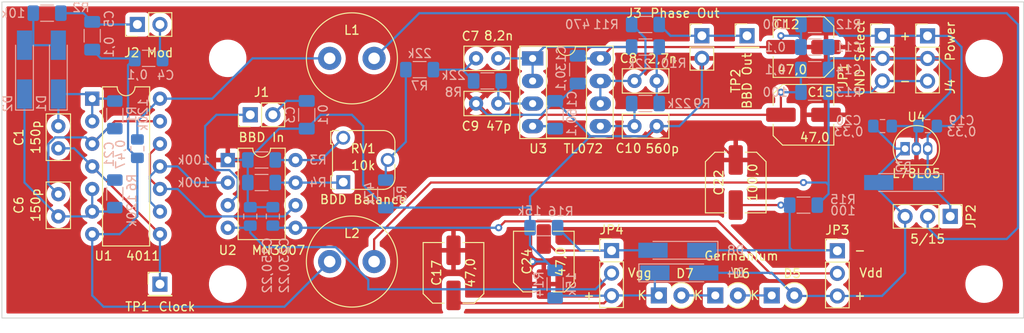
<source format=kicad_pcb>
(kicad_pcb (version 20211014) (generator pcbnew)
  (layers (0 "F.Cu" signal) (31 "B.Cu" signal) (34 "B.Paste" user) (35 "F.Paste" user) (36 "B.SilkS" user "B.Silkscreen") (37 "F.SilkS" user "F.Silkscreen") (38 "B.Mask" user) (39 "F.Mask" user) (44 "Edge.Cuts" user))
  (net 0 "")
  (net 1 "Net-(C1-Pad1)")
  (net 2 "Net-(C1-Pad2)")
  (net 3 "Net-(C3-Pad1)")
  (net 4 "GND")
  (net 5 "Net-(C4-Pad1)")
  (net 6 "GNDD")
  (net 7 "Net-(C5-Pad1)")
  (net 8 "Net-(C6-Pad1)")
  (net 9 "Net-(C6-Pad2)")
  (net 10 "Net-(C7-Pad1)")
  (net 11 "Net-(C7-Pad2)")
  (net 12 "Net-(C8-Pad1)")
  (net 13 "Net-(C8-Pad2)")
  (net 14 "Net-(C9-Pad2)")
  (net 15 "Net-(C10-Pad2)")
  (net 16 "Net-(C11-Pad1)")
  (net 17 "Net-(C14-Pad2)")
  (net 18 "Net-(C17-Pad1)")
  (net 19 "+15V")
  (net 20 "-15V")
  (net 21 "Net-(C20-Pad1)")
  (net 22 "Net-(C21-Pad1)")
  (net 23 "Net-(C22-Pad2)")
  (net 24 "Net-(C24-Pad2)")
  (net 25 "Net-(D1-Pad2)")
  (net 26 "Net-(D5-Pad1)")
  (net 27 "Net-(D6-Pad1)")
  (net 28 "Net-(J1-Pad1)")
  (net 29 "Net-(J3-Pad1)")
  (net 30 "Net-(JP2-Pad2)")
  (net 31 "/Vdd")
  (net 32 "/Vgg")
  (net 33 "Net-(R3-Pad2)")
  (net 34 "Net-(R4-Pad2)")
  (net 35 "Net-(U1-Pad11)")
  (net 36 "Net-(U1-Pad10)")
  (net 37 "Net-(R7-Pad1)")
  (footprint "Capacitor_THT:C_Disc_D5.0mm_W2.5mm_P2.50mm" (layer "F.Cu") (at 116.84 68.58)
    (fp_text reference "C9")
    (fp_text value "47p")
  )
  (footprint "Capacitor_SMD:C_Elec_6.3x5.8" (layer "F.Cu") (at 153.67 62.23 180)
    (fp_text reference "C12")
    (fp_text value "47,0")
  )
  (footprint "Connector_PinHeader_2.54mm:PinHeader_1x02_P2.54mm_Vertical" (layer "F.Cu") (at 78.74 59.69 90)
    (fp_text reference "J2")
    (fp_text value "Mod")
  )
  (footprint "Connector_PinHeader_2.54mm:PinHeader_1x02_P2.54mm_Vertical" (layer "F.Cu") (at 142.24 60.96)
    (fp_text reference "J3")
    (fp_text value "Phase Out")
  )
  (footprint "Inductor_THT:L_Radial_D10.0mm_P5.00mm_Fastron_07P" (layer "F.Cu") (at 100.37 86.36)
    (fp_text reference "L2")
    (fp_text value "INDUCTOR" hide)
  )
  (footprint "Capacitor_THT:C_Disc_D5.0mm_W2.5mm_P2.50mm" (layer "F.Cu") (at 69.85 81.28 90)
    (fp_text reference "C6")
    (fp_text value "150p")
  )
  (footprint "Package_DIP:DIP-8_W7.62mm" (layer "F.Cu") (at 88.91 74.94)
    (fp_text reference "U2")
    (fp_text value "MN3007")
  )
  (footprint "Connector_PinHeader_2.54mm:PinHeader_1x03_P2.54mm_Vertical" (layer "F.Cu") (at 167.625 60.975)
    (fp_text reference "J4")
    (fp_text value "Power")
  )
  (footprint "Connector_PinHeader_2.54mm:PinHeader_1x01_P2.54mm_Vertical" (layer "F.Cu") (at 147.32 60.96)
    (fp_text reference "TP2")
    (fp_text value "BBD Out")
  )
  (footprint "Connector_PinHeader_2.54mm:PinHeader_1x02_P2.54mm_Vertical" (layer "F.Cu") (at 91.44 69.85 90)
    (fp_text reference "J1")
    (fp_text value "BBD In")
  )
  (footprint "Connector_PinHeader_2.54mm:PinHeader_1x03_P2.54mm_Vertical" (layer "F.Cu") (at 170.18 81.28 -90)
    (fp_text reference "JP2")
    (fp_text value "5/15")
  )
  (footprint "Capacitor_THT:C_Disc_D5.0mm_W2.5mm_P2.50mm" (layer "F.Cu") (at 116.84 63.5)
    (fp_text reference "C7")
    (fp_text value "8,2n")
  )
  (footprint "Connector_PinHeader_2.54mm:PinHeader_1x03_P2.54mm_Vertical" (layer "F.Cu") (at 162.545 60.96)
    (fp_text reference "JP1")
    (fp_text value "GND Select")
  )
  (footprint "Capacitor_SMD:C_Elec_6.3x5.8" (layer "F.Cu") (at 153.67 69.85)
    (fp_text reference "C15")
    (fp_text value "47,0")
  )
  (footprint "Connector_PinHeader_2.54mm:PinHeader_1x03_P2.54mm_Vertical" (layer "F.Cu") (at 157.48 85.15)
    (fp_text reference "JP3")
    (fp_text value "Vdd")
  )
  (footprint "Capacitor_SMD:C_Elec_6.3x5.8" (layer "F.Cu") (at 124.46 86.36 90)
    (fp_text reference "C24")
    (fp_text value "47,0")
  )
  (footprint "Inductor_THT:L_Radial_D10.0mm_P5.00mm_Fastron_07P" (layer "F.Cu") (at 100.37 63.5)
    (fp_text reference "L1")
    (fp_text value "INDUCTOR" hide)
  )
  (footprint "MountingHole:MountingHole_3.2mm_M3" (layer "F.Cu") (at 88.9 88.9)
    (fp_text reference "H2" hide)
    (fp_text value "MountingHole" hide)
  )
  (footprint "Capacitor_THT:C_Disc_D5.0mm_W2.5mm_P2.50mm" (layer "F.Cu") (at 137.16 66.04 180)
    (fp_text reference "C8")
    (fp_text value "2,7n")
  )
  (footprint "Connector_PinHeader_2.54mm:PinHeader_1x03_P2.54mm_Vertical" (layer "F.Cu") (at 132.08 85.12)
    (fp_text reference "JP4")
    (fp_text value "Vgg")
  )
  (footprint "Package_DIP:DIP-8_W7.62mm_Socket_LongPads" (layer "F.Cu") (at 123.2 63.51)
    (fp_text reference "U3")
    (fp_text value "TL072")
  )
  (footprint "MountingHole:MountingHole_3.2mm_M3" (layer "F.Cu") (at 88.9 63.5)
    (fp_text reference "H3" hide)
    (fp_text value "MountingHole" hide)
  )
  (footprint "Connector_PinHeader_2.54mm:PinHeader_1x01_P2.54mm_Vertical" (layer "F.Cu") (at 81.28 88.9)
    (fp_text reference "TP1")
    (fp_text value "Clock")
  )
  (footprint "Potentiometer_THT:Potentiometer_Runtron_RM-065_Vertical" (layer "F.Cu") (at 101.9 77.43 90)
    (fp_text reference "RV1")
    (fp_text value "10k")
  )
  (footprint "Diode_THT:D_A-405_P2.54mm_Vertical_KathodeUp" (layer "F.Cu") (at 150.1 90.17)
    (fp_text reference "D5")
    (fp_text value "Germanium")
  )
  (footprint "Capacitor_THT:C_Disc_D5.0mm_W2.5mm_P2.50mm" (layer "F.Cu") (at 69.85 73.62 90)
    (fp_text reference "C1")
    (fp_text value "150p")
  )
  (footprint "MountingHole:MountingHole_3.2mm_M3" (layer "F.Cu") (at 173.99 88.9)
    (fp_text reference "H1" hide)
    (fp_text value "MountingHole" hide)
  )
  (footprint "Capacitor_SMD:C_Elec_6.3x5.8" (layer "F.Cu") (at 114.3 87.63 90)
    (fp_text reference "C17")
    (fp_text value "47,0")
  )
  (footprint "Package_TO_SOT_THT:TO-92_Inline" (layer "F.Cu") (at 165.1 73.66)
    (fp_text reference "U4")
    (fp_text value "L78L05")
  )
  (footprint "Diode_THT:D_A-405_P2.54mm_Vertical_KathodeUp" (layer "F.Cu") (at 143.75 90.17)
    (fp_text reference "D6")
    (fp_text value "Germanium")
  )
  (footprint "Capacitor_THT:C_Disc_D5.0mm_W2.5mm_P2.50mm" (layer "F.Cu") (at 137.16 71.12 180)
    (fp_text reference "C10")
    (fp_text value "560p")
  )
  (footprint "Diode_THT:D_A-405_P2.54mm_Vertical_KathodeUp" (layer "F.Cu") (at 137.4 90.17)
    (fp_text reference "D7")
    (fp_text value "Germanium")
  )
  (footprint "Package_DIP:DIP-14_W7.62mm" (layer "F.Cu") (at 73.66 68.035)
    (fp_text reference "U1")
    (fp_text value "4011")
  )
  (footprint "MountingHole:MountingHole_3.2mm_M3" (layer "F.Cu") (at 173.99 63.5)
    (fp_text reference "H4" hide)
    (fp_text value "MountingHole" hide)
  )
  (footprint "Capacitor_SMD:C_Elec_6.3x5.8" (layer "F.Cu") (at 146.05 77.47 -90)
    (fp_text reference "C22")
    (fp_text value "100,0")
  )
  (footprint "Capacitor_SMD:C_0805_2012Metric_Pad1.18x1.45mm_HandSolder" (layer "B.Cu") (at 78.74 73.66 -90)
    (fp_text reference "C21")
    (fp_text value "0,47")
  )
  (footprint "Resistor_SMD:R_1206_3216Metric_Pad1.30x1.75mm_HandSolder" (layer "B.Cu") (at 92.71 74.93)
    (fp_text reference "R3")
    (fp_text value "100k")
  )
  (footprint "Capacitor_SMD:C_1206_3216Metric_Pad1.33x1.80mm_HandSolder" (layer "B.Cu") (at 154.94 62.23)
    (fp_text reference "C11")
    (fp_text value "0,1")
  )
  (footprint "Diode_SMD:D_MiniMELF_Handsoldering" (layer "B.Cu") (at 164.89 77.47 180)
    (fp_text reference "D3")
    (fp_text value "D")
  )
  (footprint "Capacitor_SMD:C_1206_3216Metric_Pad1.33x1.80mm_HandSolder" (layer "B.Cu") (at 128.27 64.77 -90)
    (fp_text reference "C13")
    (fp_text value "0,1")
  )
  (footprint "Resistor_SMD:R_1206_3216Metric_Pad1.30x1.75mm_HandSolder" (layer "B.Cu") (at 135.89 68.58 180)
    (fp_text reference "R9")
    (fp_text value "22k")
  )
  (footprint "Resistor_SMD:R_1206_3216Metric_Pad1.30x1.75mm_HandSolder" (layer "B.Cu") (at 76.2 78.74 90)
    (fp_text reference "R6")
    (fp_text value "120k")
  )
  (footprint "Capacitor_SMD:C_1206_3216Metric_Pad1.33x1.80mm_HandSolder" (layer "B.Cu") (at 80.01 63.5 180)
    (fp_text reference "C4")
    (fp_text value "0,1")
  )
  (footprint "Capacitor_SMD:C_1206_3216Metric_Pad1.33x1.80mm_HandSolder" (layer "B.Cu") (at 97.79 69.85 -90)
    (fp_text reference "C3")
    (fp_text value "0,1")
  )
  (footprint "Capacitor_SMD:C_0805_2012Metric_Pad1.18x1.45mm_HandSolder" (layer "B.Cu") (at 167.64 71.12 180)
    (fp_text reference "C19")
    (fp_text value "0,33")
  )
  (footprint "Resistor_SMD:R_1206_3216Metric_Pad1.30x1.75mm_HandSolder" (layer "B.Cu") (at 124.46 82.55 180)
    (fp_text reference "R16")
    (fp_text value "15k")
  )
  (footprint "Resistor_SMD:R_1206_3216Metric_Pad1.30x1.75mm_HandSolder" (layer "B.Cu") (at 106.68 78.74 90)
    (fp_text reference "R5")
    (fp_text value "47k")
  )
  (footprint "Capacitor_SMD:C_1206_3216Metric_Pad1.33x1.80mm_HandSolder" (layer "B.Cu") (at 125.73 69.85 -90)
    (fp_text reference "C16")
    (fp_text value "0,1")
  )
  (footprint "Resistor_SMD:R_1206_3216Metric_Pad1.30x1.75mm_HandSolder" (layer "B.Cu") (at 125.73 88.9 -90)
    (fp_text reference "R14")
    (fp_text value "15k")
  )
  (footprint "Diode_SMD:D_MiniMELF_Handsoldering" (layer "B.Cu") (at 66.04 64.77 90)
    (fp_text reference "D2")
    (fp_text value "D")
  )
  (footprint "Diode_SMD:D_MiniMELF_Handsoldering" (layer "B.Cu") (at 139.49 85.09 180)
    (fp_text reference "D8")
    (fp_text value "D")
  )
  (footprint "Capacitor_SMD:C_0805_2012Metric_Pad1.18x1.45mm_HandSolder" (layer "B.Cu") (at 91.44 81.28 90)
    (fp_text reference "C25")
    (fp_text value "0,22")
  )
  (footprint "Capacitor_SMD:C_1206_3216Metric_Pad1.33x1.80mm_HandSolder" (layer "B.Cu") (at 154.94 64.77 180)
    (fp_text reference "C14")
    (fp_text value "0,1")
  )
  (footprint "Resistor_SMD:R_1206_3216Metric_Pad1.30x1.75mm_HandSolder" (layer "B.Cu") (at 135.89 59.69)
    (fp_text reference "R11")
    (fp_text value "470")
  )
  (footprint "Diode_SMD:D_MiniMELF_Handsoldering" (layer "B.Cu") (at 139.7 87.63)
    (fp_text reference "D4")
    (fp_text value "1n4148")
  )
  (footprint "Resistor_SMD:R_1206_3216Metric_Pad1.30x1.75mm_HandSolder" (layer "B.Cu") (at 135.89 62.23)
    (fp_text reference "R10")
    (fp_text value "22k")
  )
  (footprint "Resistor_SMD:R_1206_3216Metric_Pad1.30x1.75mm_HandSolder" (layer "B.Cu") (at 153.67 80.01)
    (fp_text reference "R15")
    (fp_text value "100")
  )
  (footprint "Resistor_SMD:R_1206_3216Metric_Pad1.30x1.75mm_HandSolder" (layer "B.Cu") (at 110.49 64.77)
    (fp_text reference "R7")
    (fp_text value "22k")
  )
  (footprint "Capacitor_SMD:C_0805_2012Metric_Pad1.18x1.45mm_HandSolder" (layer "B.Cu") (at 93.98 81.28 90)
    (fp_text reference "C23")
    (fp_text value "0,22")
  )
  (footprint "Resistor_SMD:R_1206_3216Metric_Pad1.30x1.75mm_HandSolder" (layer "B.Cu") (at 92.71 77.47)
    (fp_text reference "R4")
    (fp_text value "100k")
  )
  (footprint "Resistor_SMD:R_1206_3216Metric_Pad1.30x1.75mm_HandSolder" (layer "B.Cu") (at 154.94 59.69)
    (fp_text reference "R12")
    (fp_text value "100")
  )
  (footprint "Resistor_SMD:R_1206_3216Metric_Pad1.30x1.75mm_HandSolder" (layer "B.Cu") (at 118.11 66.04)
    (fp_text reference "R8")
    (fp_text value "22k")
  )
  (footprint "Resistor_SMD:R_1206_3216Metric_Pad1.30x1.75mm_HandSolder" (layer "B.Cu") (at 68.58 58.42 180)
    (fp_text reference "R2")
    (fp_text value "10k")
  )
  (footprint "Capacitor_SMD:C_1206_3216Metric_Pad1.33x1.80mm_HandSolder" (layer "B.Cu") (at 73.66 60.96 -90)
    (fp_text reference "C5")
    (fp_text value "0,1")
  )
  (footprint "Diode_SMD:D_MiniMELF_Handsoldering" (layer "B.Cu") (at 69.85 64.77 90)
    (fp_text reference "D1")
    (fp_text value "D")
  )
  (footprint "Capacitor_SMD:C_0805_2012Metric_Pad1.18x1.45mm_HandSolder" (layer "B.Cu") (at 162.56 71.12)
    (fp_text reference "C20")
    (fp_text value "0,33")
  )
  (footprint "Resistor_SMD:R_1206_3216Metric_Pad1.30x1.75mm_HandSolder" (layer "B.Cu") (at 76.2 69.85 -90)
    (fp_text reference "R1")
    (fp_text value "120k")
  )
  (footprint "Resistor_SMD:R_1206_3216Metric_Pad1.30x1.75mm_HandSolder" (layer "B.Cu") (at 154.94 67.31)
    (fp_text reference "R13")
    (fp_text value "100")
  )
  (gr_rect (start 63.5 57.15) (end 178.435 92.71) (layer "Edge.Cuts") (width 0.1) (fill none))
  (gr_text "BDD Balance" (at 104.14 79.375) (layer "F.SilkS") (effects (font (size 1 1))))
  (gr_text "+" (at 160.02 90.17) (layer "F.SilkS") (effects (font (size 1 1))))
  (gr_text "+" (at 129.54 90.17) (layer "F.SilkS") (effects (font (size 1 1))))
  (gr_text "-" (at 129.54 85.09) (layer "F.SilkS") (effects (font (size 1 1))))
  (gr_text "-" (at 160.02 85.09) (layer "F.SilkS") (effects (font (size 1 1))))
  (gr_text "-" (at 165.1 66.04) (layer "F.SilkS") (effects (font (size 1 1))))
  (gr_text "+" (at 165.1 60.96) (layer "F.SilkS") (effects (font (size 1 1))))
  (segment (start 73.66 75.655) (end 81.28 83.275) (width 0.25) (layer "F.Cu") (net 1))
  (segment (start 76.2 77.19) (end 75.195 77.19) (width 0.25) (layer "B.Cu") (net 1))
  (segment (start 75.195 77.19) (end 73.66 75.655) (width 0.25) (layer "B.Cu") (net 1))
  (segment (start 69.85 73.62) (end 71.625 73.62) (width 0.25) (layer "B.Cu") (net 1))
  (segment (start 71.625 73.62) (end 73.66 75.655) (width 0.25) (layer "B.Cu") (net 1))
  (segment (start 81.28 83.275) (end 81.28 88.9) (width 0.25) (layer "B.Cu") (net 1))
  (segment (start 75.935 68.035) (end 76.2 68.3) (width 0.25) (layer "B.Cu") (net 2))
  (segment (start 73.145 67.52) (end 73.66 68.035) (width 0.25) (layer "B.Cu") (net 2))
  (segment (start 73.66 68.035) (end 75.935 68.035) (width 0.25) (layer "B.Cu") (net 2))
  (segment (start 69.85 71.12) (end 69.85 67.52) (width 0.25) (layer "B.Cu") (net 2))
  (segment (start 69.85 67.52) (end 73.145 67.52) (width 0.25) (layer "B.Cu") (net 2))
  (segment (start 73.66 68.035) (end 73.66 70.575) (width 0.25) (layer "B.Cu") (net 2))
  (segment (start 97.79 68.2875) (end 95.5425 68.2875) (width 0.25) (layer "B.Cu") (net 3))
  (segment (start 95.5425 68.2875) (end 93.98 69.85) (width 0.25) (layer "B.Cu") (net 3))
  (segment (start 162.545 63.5) (end 156.21 63.5) (width 0.25) (layer "F.Cu") (net 4))
  (segment (start 123.19 86.36) (end 121.9225 86.36) (width 0.25) (layer "F.Cu") (net 4))
  (segment (start 156.21 63.5) (end 156.2075 63.5025) (width 0.25) (layer "F.Cu") (net 4))
  (segment (start 146.05 74.9325) (end 142.2375 71.12) (width 0.25) (layer "F.Cu") (net 4))
  (segment (start 120.655 85.0925) (end 121.92125 86.35875) (width 0.25) (layer "F.Cu") (net 4))
  (segment (start 156.2075 63.5025) (end 156.2075 69.85) (width 0.25) (layer "F.Cu") (net 4))
  (segment (start 156.2075 62.23) (end 156.2075 63.5025) (width 0.25) (layer "F.Cu") (net 4))
  (segment (start 114.3 85.0925) (end 120.655 85.0925) (width 0.25) (layer "F.Cu") (net 4))
  (segment (start 153.6675 74.9325) (end 156.2075 72.3925) (width 0.25) (layer "F.Cu") (net 4))
  (segment (start 121.92125 86.35875) (end 124.46 88.8975) (width 0.25) (layer "F.Cu") (net 4))
  (segment (start 142.2375 71.12) (end 137.16 71.12) (width 0.25) (layer "F.Cu") (net 4))
  (segment (start 121.9225 86.36) (end 121.92125 86.35875) (width 0.25) (layer "F.Cu") (net 4))
  (segment (start 146.05 74.9325) (end 153.6675 74.9325) (width 0.25) (layer "F.Cu") (net 4))
  (segment (start 156.2075 72.3925) (end 156.2075 69.85) (width 0.25) (layer "F.Cu") (net 4))
  (via (at 123.19 86.36) (size 0.8) (drill 0.4) (layers "F.Cu" "B.Cu") (net 4))
  (segment (start 162.545 63.5) (end 156.795 63.5) (width 0.25) (layer "B.Cu") (net 4))
  (segment (start 91.16 74.93) (end 88.92 74.93) (width 0.25) (layer "B.Cu") (net 4))
  (segment (start 125.73 87.35) (end 124.74 86.36) (width 0.25) (layer "B.Cu") (net 4))
  (segment (start 142.24 68.58) (end 142.24 63.5) (width 0.25) (layer "B.Cu") (net 4))
  (segment (start 91.16 79.9625) (end 91.44 80.2425) (width 0.25) (layer "B.Cu") (net 4))
  (segment (start 91.16 74.93) (end 91.16 77.47) (width 0.25) (layer "B.Cu") (net 4))
  (segment (start 166.6025 70.8875) (end 166.6025 71.12) (width 0.25) (layer "B.Cu") (net 4))
  (segment (start 118.11 69.85) (end 124.1675 69.85) (width 0.25) (layer "B.Cu") (net 4))
  (segment (start 163.5975 71.12) (end 166.6025 71.12) (width 0.25) (layer "B.Cu") (net 4))
  (segment (start 91.16 74.93) (end 94.6775 71.4125) (width 0.25) (layer "B.Cu") (net 4))
  (segment (start 156.5025 63.7925) (end 156.5025 62.23) (width 0.25) (layer "B.Cu") (net 4))
  (segment (start 129.6975 72.255) (end 136.025 72.255) (width 0.25) (layer "B.Cu") (net 4))
  (segment (start 116.84 68.58) (end 118.11 69.85) (width 0.25) (layer "B.Cu") (net 4))
  (segment (start 136.025 72.255) (end 137.16 71.12) (width 0.25) (layer "B.Cu") (net 4))
  (segment (start 104.14 77.75) (end 106.68 80.29) (width 0.25) (layer "B.Cu") (net 4))
  (segment (start 104.14 71.12) (end 104.14 77.75) (width 0.25) (layer "B.Cu") (net 4))
  (segment (start 104.14 71.12) (end 102.87 69.85) (width 0.25) (layer "B.Cu") (net 4))
  (segment (start 137.16 71.12) (end 139.7 71.12) (width 0.25) (layer "B.Cu") (net 4))
  (segment (start 170.18 64.77) (end 170.18 67.31) (width 0.25) (layer "B.Cu") (net 4))
  (segment (start 162.545 63.5) (end 167.61 63.5) (width 0.25) (layer "B.Cu") (net 4))
  (segment (start 167.61 63.5) (end 167.625 63.515) (width 0.25) (layer "B.Cu") (net 4))
  (segment (start 91.16 77.47) (end 91.16 79.9625) (width 0.25) (layer "B.Cu") (net 4))
  (segment (start 167.625 63.515) (end 168.925 63.515) (width 0.25) (layer "B.Cu") (net 4))
  (segment (start 88.92 74.93) (end 88.91 74.94) (width 0.25) (layer "B.Cu") (net 4))
  (segment (start 156.5025 64.77) (end 156.5025 63.7925) (width 0.25) (layer "B.Cu") (net 4))
  (segment (start 122.91 82.55) (end 122.91 84.53) (width 0.25) (layer "B.Cu") (net 4))
  (segment (start 156.795 63.5) (end 156.5025 63.7925) (width 0.25) (layer "B.Cu") (net 4))
  (segment (start 91.44 80.2425) (end 93.98 80.2425) (width 0.25) (layer "B.Cu") (net 4))
  (segment (start 99.3525 69.85) (end 102.87 69.85) (width 0.25) (layer "B.Cu") (net 4))
  (segment (start 122.91 80.29) (end 122.91 79.0425) (width 0.25) (layer "B.Cu") (net 4))
  (segment (start 124.1675 69.85) (end 125.73 68.2875) (width 0.25) (layer "B.Cu") (net 4))
  (segment (start 170.18 67.31) (end 166.6025 70.8875) (width 0.25) (layer "B.Cu") (net 4))
  (segment (start 94.6775 71.4125) (end 97.79 71.4125) (width 0.25) (layer "B.Cu") (net 4))
  (segment (start 126.315 68.2875) (end 128.27 66.3325) (width 0.25) (layer "B.Cu") (net 4))
  (segment (start 125.73 68.2875) (end 129.6975 72.255) (width 0.25) (layer "B.Cu") (net 4))
  (segment (start 139.7 71.12) (end 142.24 68.58) (width 0.25) (layer "B.Cu") (net 4))
  (segment (start 122.91 84.53) (end 125.73 87.35) (width 0.25) (layer "B.Cu") (net 4))
  (segment (start 122.91 79.0425) (end 129.6975 72.255) (width 0.25) (layer "B.Cu") (net 4))
  (segment (start 166.37 71.3525) (end 166.6025 71.12) (width 0.25) (layer "B.Cu") (net 4))
  (segment (start 166.37 73.66) (end 166.37 71.3525) (width 0.25) (layer "B.Cu") (net 4))
  (segment (start 97.79 71.4125) (end 99.3525 69.85) (width 0.25) (layer "B.Cu") (net 4))
  (segment (start 124.74 86.36) (end 123.19 86.36) (width 0.25) (layer "B.Cu") (net 4))
  (segment (start 106.68 80.29) (end 122.91 80.29) (width 0.25) (layer "B.Cu") (net 4))
  (segment (start 168.925 63.515) (end 170.18 64.77) (width 0.25) (layer "B.Cu") (net 4))
  (segment (start 125.73 68.2875) (end 126.315 68.2875) (width 0.25) (layer "B.Cu") (net 4))
  (segment (start 122.91 82.55) (end 122.91 80.29) (width 0.25) (layer "B.Cu") (net 4))
  (segment (start 81.5725 63.5) (end 81.28 63.2075) (width 0.25) (layer "B.Cu") (net 5))
  (segment (start 81.28 63.2075) (end 81.28 59.69) (width 0.25) (layer "B.Cu") (net 5))
  (segment (start 78.74 81.28) (end 76.745 83.275) (width 0.25) (layer "B.Cu") (net 6))
  (segment (start 78.4475 63.5) (end 74.6375 63.5) (width 0.25) (layer "B.Cu") (net 6))
  (segment (start 77.69 73.6475) (end 77.69 64.2575) (width 0.25) (layer "B.Cu") (net 6))
  (segment (start 78.74 74.6975) (end 78.74 81.28) (width 0.25) (layer "B.Cu") (net 6))
  (segment (start 74.6375 63.5) (end 73.66 62.5225) (width 0.25) (layer "B.Cu") (net 6))
  (segment (start 100.37 86.36) (end 95.29 91.44) (width 0.25) (layer "B.Cu") (net 6))
  (segment (start 77.69 64.2575) (end 78.4475 63.5) (width 0.25) (layer "B.Cu") (net 6))
  (segment (start 95.29 91.44) (end 74.93 91.44) (width 0.25) (layer "B.Cu") (net 6))
  (segment (start 74.93 91.44) (end 73.66 90.17) (width 0.25) (layer "B.Cu") (net 6))
  (segment (start 73.66 90.17) (end 73.66 83.275) (width 0.25) (layer "B.Cu") (net 6))
  (segment (start 76.745 83.275) (end 73.66 83.275) (width 0.25) (layer "B.Cu") (net 6))
  (segment (start 78.74 74.6975) (end 77.69 73.6475) (width 0.25) (layer "B.Cu") (net 6))
  (segment (start 78.74 59.69) (end 73.9525 59.69) (width 0.25) (layer "B.Cu") (net 7))
  (segment (start 72.6825 58.42) (end 73.66 59.3975) (width 0.25) (layer "B.Cu") (net 7))
  (segment (start 73.9525 59.69) (end 73.66 59.3975) (width 0.25) (layer "B.Cu") (net 7))
  (segment (start 70.13 58.42) (end 72.6825 58.42) (width 0.25) (layer "B.Cu") (net 7))
  (segment (start 73.66 80.735) (end 73.66 78.195) (width 0.25) (layer "B.Cu") (net 8))
  (segment (start 75.755 80.735) (end 76.2 80.29) (width 0.25) (layer "B.Cu") (net 8))
  (segment (start 73.115 81.28) (end 73.66 80.735) (width 0.25) (layer "B.Cu") (net 8))
  (segment (start 66.04 67.52) (end 66.04 77.47) (width 0.25) (layer "B.Cu") (net 8))
  (segment (start 69.85 81.28) (end 73.115 81.28) (width 0.25) (layer "B.Cu") (net 8))
  (segment (start 66.04 77.47) (end 69.85 81.28) (width 0.25) (layer "B.Cu") (net 8))
  (segment (start 73.66 80.735) (end 75.755 80.735) (width 0.25) (layer "B.Cu") (net 8))
  (segment (start 81.28 70.575) (end 76.2 70.575) (width 0.25) (layer "F.Cu") (net 9))
  (segment (start 76.2 70.575) (end 73.66 73.115) (width 0.25) (layer "F.Cu") (net 9))
  (segment (start 75.375 71.4) (end 76.2 71.4) (width 0.25) (layer "B.Cu") (net 9))
  (segment (start 69.85 78.78) (end 68.725 77.655) (width 0.25) (layer "B.Cu") (net 9))
  (segment (start 68.725 77.655) (end 68.725 73.154009) (width 0.25) (layer "B.Cu") (net 9))
  (segment (start 68.725 73.154009) (end 69.489009 72.39) (width 0.25) (layer "B.Cu") (net 9))
  (segment (start 73.66 73.115) (end 75.375 71.4) (width 0.25) (layer "B.Cu") (net 9))
  (segment (start 72.935 72.39) (end 73.66 73.115) (width 0.25) (layer "B.Cu") (net 9))
  (segment (start 69.489009 72.39) (end 72.935 72.39) (width 0.25) (layer "B.Cu") (net 9))
  (segment (start 115.29 64.77) (end 116.56 66.04) (width 0.25) (layer "B.Cu") (net 10))
  (segment (start 112.04 64.77) (end 115.29 64.77) (width 0.25) (layer "B.Cu") (net 10))
  (segment (start 115.57 64.77) (end 115.29 64.77) (width 0.25) (layer "B.Cu") (net 10))
  (segment (start 116.84 63.5) (end 115.57 64.77) (width 0.25) (layer "B.Cu") (net 10))
  (segment (start 124.49 62.22) (end 123.2 63.51) (width 0.25) (layer "B.Cu") (net 11))
  (segment (start 123.19 63.5) (end 123.2 63.51) (width 0.25) (layer "B.Cu") (net 11))
  (segment (start 119.34 63.5) (end 123.19 63.5) (width 0.25) (layer "B.Cu") (net 11))
  (segment (start 134.33 62.22) (end 124.49 62.22) (width 0.25) (layer "B.Cu") (net 11))
  (segment (start 123.2 66.05) (end 123.2 63.51) (width 0.25) (layer "B.Cu") (net 11))
  (segment (start 134.34 62.23) (end 134.33 62.22) (width 0.25) (layer "B.Cu") (net 11))
  (segment (start 137.16 66.04) (end 137.16 68.3) (width 0.25) (layer "B.Cu") (net 12))
  (segment (start 137.16 66.04) (end 137.16 62.51) (width 0.25) (layer "B.Cu") (net 12))
  (segment (start 137.16 62.51) (end 137.44 62.23) (width 0.25) (layer "B.Cu") (net 12))
  (segment (start 137.16 68.3) (end 137.44 68.58) (width 0.25) (layer "B.Cu") (net 12))
  (segment (start 135.89 61.24) (end 134.34 59.69) (width 0.25) (layer "B.Cu") (net 13))
  (segment (start 134.66 66.04) (end 135.89 64.81) (width 0.25) (layer "B.Cu") (net 13))
  (segment (start 130.83 66.04) (end 130.82 66.05) (width 0.25) (layer "B.Cu") (net 13))
  (segment (start 134.66 66.04) (end 130.83 66.04) (width 0.25) (layer "B.Cu") (net 13))
  (segment (start 130.82 68.59) (end 130.82 66.05) (width 0.25) (layer "B.Cu") (net 13))
  (segment (start 135.89 64.81) (end 135.89 61.24) (width 0.25) (layer "B.Cu") (net 13))
  (segment (start 119.34 68.58) (end 119.34 66.36) (width 0.25) (layer "B.Cu") (net 14))
  (segment (start 119.34 66.36) (end 119.66 66.04) (width 0.25) (layer "B.Cu") (net 14))
  (segment (start 123.2 68.59) (end 119.35 68.59) (width 0.25) (layer "B.Cu") (net 14))
  (segment (start 119.35 68.59) (end 119.34 68.58) (width 0.25) (layer "B.Cu") (net 14))
  (segment (start 130.83 71.12) (end 130.82 71.13) (width 0.25) (layer "B.Cu") (net 15))
  (segment (start 134.66 71.12) (end 130.83 71.12) (width 0.25) (layer "B.Cu") (net 15))
  (segment (start 134.66 68.9) (end 134.34 68.58) (width 0.25) (layer "B.Cu") (net 15))
  (segment (start 134.66 71.12) (end 134.66 68.9) (width 0.25) (layer "B.Cu") (net 15))
  (segment (start 132.1 62.23) (end 151.1325 62.23) (width 0.25) (layer "F.Cu") (net 16))
  (segment (start 151.1325 62.23) (end 151.1325 60.9625) (width 0.25) (layer "F.Cu") (net 16))
  (segment (start 151.1325 60.9625) (end 151.13 60.96) (width 0.25) (layer "F.Cu") (net 16))
  (segment (start 130.82 63.51) (end 132.1 62.23) (width 0.25) (layer "F.Cu") (net 16))
  (via (at 151.13 60.96) (size 0.8) (drill 0.4) (layers "F.Cu" "B.Cu") (net 16))
  (segment (start 153.39 62.2175) (end 153.3775 62.23) (width 0.25) (layer "B.Cu") (net 16))
  (segment (start 151.13 60.96) (end 153.11 60.96) (width 0.25) (layer "B.Cu") (net 16))
  (segment (start 130.82 63.51) (end 128.5725 63.51) (width 0.25) (layer "B.Cu") (net 16))
  (segment (start 153.11 60.96) (end 153.39 61.24) (width 0.25) (layer "B.Cu") (net 16))
  (segment (start 128.5725 63.51) (end 128.27 63.2075) (width 0.25) (layer "B.Cu") (net 16))
  (segment (start 153.39 59.69) (end 153.39 61.24) (width 0.25) (layer "B.Cu") (net 16))
  (segment (start 153.39 61.24) (end 153.39 62.2175) (width 0.25) (layer "B.Cu") (net 16))
  (segment (start 151.13 69.8475) (end 151.1325 69.85) (width 0.25) (layer "F.Cu") (net 17))
  (segment (start 123.2 71.13) (end 124.48 69.85) (width 0.25) (layer "F.Cu") (net 17))
  (segment (start 124.48 69.85) (end 151.1325 69.85) (width 0.25) (layer "F.Cu") (net 17))
  (segment (start 151.13 67.31) (end 151.13 69.8475) (width 0.25) (layer "F.Cu") (net 17))
  (via (at 151.13 67.31) (size 0.8) (drill 0.4) (layers "F.Cu" "B.Cu") (net 17))
  (segment (start 125.4475 71.13) (end 123.2 71.13) (width 0.25) (layer "B.Cu") (net 17))
  (segment (start 153.3775 67.2975) (end 153.39 67.31) (width 0.25) (layer "B.Cu") (net 17))
  (segment (start 153.39 67.31) (end 151.13 67.31) (width 0.25) (layer "B.Cu") (net 17))
  (segment (start 125.73 71.4125) (end 125.4475 71.13) (width 0.25) (layer "B.Cu") (net 17))
  (segment (start 153.3775 64.77) (end 153.3775 67.2975) (width 0.25) (layer "B.Cu") (net 17))
  (segment (start 114.3 90.1675) (end 115.1825 91.05) (width 0.25) (layer "F.Cu") (net 18))
  (segment (start 115.1825 91.05) (end 131.23 91.05) (width 0.25) (layer "F.Cu") (net 18))
  (segment (start 131.23 91.05) (end 132.08 90.2) (width 0.25) (layer "F.Cu") (net 18))
  (segment (start 137.4 90.17) (end 132.11 90.17) (width 0.25) (layer "B.Cu") (net 18))
  (segment (start 136.95 89.72) (end 137.4 90.17) (width 0.25) (layer "B.Cu") (net 18))
  (segment (start 132.11 90.17) (end 132.08 90.2) (width 0.25) (layer "B.Cu") (net 18))
  (segment (start 125.73 90.45) (end 125.98 90.2) (width 0.25) (layer "B.Cu") (net 18))
  (segment (start 136.95 87.63) (end 136.95 89.72) (width 0.25) (layer "B.Cu") (net 18))
  (segment (start 125.98 90.2) (end 132.08 90.2) (width 0.25) (layer "B.Cu") (net 18))
  (segment (start 167.625 60.975) (end 170.195 60.975) (width 0.25) (layer "B.Cu") (net 19))
  (segment (start 171.45 69.85) (end 170.18 71.12) (width 0.25) (layer "B.Cu") (net 19))
  (segment (start 171.45 62.23) (end 171.45 69.85) (width 0.25) (layer "B.Cu") (net 19))
  (segment (start 167.64 72.1575) (end 167.64 73.66) (width 0.25) (layer "B.Cu") (net 19))
  (segment (start 162.545 60.96) (end 167.61 60.96) (width 0.25) (layer "B.Cu") (net 19))
  (segment (start 167.61 60.96) (end 167.625 60.975) (width 0.25) (layer "B.Cu") (net 19))
  (segment (start 167.64 77.47) (end 167.64 73.66) (width 0.25) (layer "B.Cu") (net 19))
  (segment (start 156.49 59.69) (end 157.76 60.96) (width 0.25) (layer "B.Cu") (net 19))
  (segment (start 170.18 80.01) (end 167.64 77.47) (width 0.25) (layer "B.Cu") (net 19))
  (segment (start 170.18 71.12) (end 168.6775 71.12) (width 0.25) (layer "B.Cu") (net 19))
  (segment (start 157.76 60.96) (end 162.545 60.96) (width 0.25) (layer "B.Cu") (net 19))
  (segment (start 170.195 60.975) (end 171.45 62.23) (width 0.25) (layer "B.Cu") (net 19))
  (segment (start 168.6775 71.12) (end 167.64 72.1575) (width 0.25) (layer "B.Cu") (net 19))
  (segment (start 170.18 81.28) (end 170.18 80.01) (width 0.25) (layer "B.Cu") (net 19))
  (segment (start 105.37 86.36) (end 105.37 83.86) (width 0.25) (layer "F.Cu") (net 20))
  (segment (start 105.37 83.86) (end 111.76 77.47) (width 0.25) (layer "F.Cu") (net 20))
  (segment (start 111.76 77.47) (end 153.67 77.47) (width 0.25) (layer "F.Cu") (net 20))
  (via (at 153.67 77.47) (size 0.8) (drill 0.4) (layers "F.Cu" "B.Cu") (net 20))
  (segment (start 156.21 77.47) (end 156.49 77.75) (width 0.25) (layer "B.Cu") (net 20))
  (segment (start 162.56 66.055) (end 162.545 66.04) (width 0.25) (layer "B.Cu") (net 20))
  (segment (start 167.625 66.055) (end 162.56 66.055) (width 0.25) (layer "B.Cu") (net 20))
  (segment (start 156.49 78.74) (end 155.22 80.01) (width 0.25) (layer "B.Cu") (net 20))
  (segment (start 156.49 77.75) (end 156.49 78.74) (width 0.25) (layer "B.Cu") (net 20))
  (segment (start 161.275 67.31) (end 162.545 66.04) (width 0.25) (layer "B.Cu") (net 20))
  (segment (start 156.49 67.31) (end 156.49 77.75) (width 0.25) (layer "B.Cu") (net 20))
  (segment (start 153.67 77.47) (end 156.21 77.47) (width 0.25) (layer "B.Cu") (net 20))
  (segment (start 156.49 67.31) (end 161.275 67.31) (width 0.25) (layer "B.Cu") (net 20))
  (segment (start 150.1 87.63) (end 152.64 90.17) (width 0.25) (layer "B.Cu") (net 21))
  (segment (start 162.14 77.47) (end 162.14 76.62) (width 0.25) (layer "B.Cu") (net 21))
  (segment (start 162.14 78.32) (end 165.1 81.28) (width 0.25) (layer "B.Cu") (net 21))
  (segment (start 161.5225 71.12) (end 164.0625 73.66) (width 0.25) (layer "B.Cu") (net 21))
  (segment (start 164.0625 73.66) (end 165.1 73.66) (width 0.25) (layer "B.Cu") (net 21))
  (segment (start 142.45 87.63) (end 150.1 87.63) (width 0.25) (layer "B.Cu") (net 21))
  (segment (start 157.48 90.23) (end 152.7 90.23) (width 0.25) (layer "B.Cu") (net 21))
  (segment (start 165.1 87.63) (end 162.5 90.23) (width 0.25) (layer "B.Cu") (net 21))
  (segment (start 162.14 76.62) (end 165.1 73.66) (width 0.25) (layer "B.Cu") (net 21))
  (segment (start 162.14 77.47) (end 162.14 78.32) (width 0.25) (layer "B.Cu") (net 21))
  (segment (start 165.1 81.28) (end 165.1 87.63) (width 0.25) (layer "B.Cu") (net 21))
  (segment (start 152.7 90.23) (end 152.64 90.17) (width 0.25) (layer "B.Cu") (net 21))
  (segment (start 162.5 90.23) (end 157.48 90.23) (width 0.25) (layer "B.Cu") (net 21))
  (segment (start 81.28 68.035) (end 87.158074 68.035) (width 0.25) (layer "B.Cu") (net 22))
  (segment (start 78.74 72.6225) (end 78.74 70.575) (width 0.25) (layer "B.Cu") (net 22))
  (segment (start 78.74 70.575) (end 81.28 68.035) (width 0.25) (layer "B.Cu") (net 22))
  (segment (start 87.158074 68.035) (end 91.693074 63.5) (width 0.25) (layer "B.Cu") (net 22))
  (segment (start 91.693074 63.5) (end 100.37 63.5) (width 0.25) (layer "B.Cu") (net 22))
  (segment (start 146.05 80.0075) (end 151.1275 80.0075) (width 0.25) (layer "F.Cu") (net 23))
  (segment (start 151.1275 80.0075) (end 151.13 80.01) (width 0.25) (layer "F.Cu") (net 23))
  (via (at 151.13 80.01) (size 0.8) (drill 0.4) (layers "F.Cu" "B.Cu") (net 23))
  (segment (start 152.12 80.01) (end 152.12 84.81) (width 0.25) (layer "B.Cu") (net 23))
  (segment (start 157.42 85.09) (end 157.48 85.15) (width 0.25) (layer "B.Cu") (net 23))
  (segment (start 152.12 84.81) (end 152.4 85.09) (width 0.25) (layer "B.Cu") (net 23))
  (segment (start 142.24 85.09) (end 152.4 85.09) (width 0.25) (layer "B.Cu") (net 23))
  (segment (start 152.4 85.09) (end 157.42 85.09) (width 0.25) (layer "B.Cu") (net 23))
  (segment (start 151.13 80.01) (end 152.12 80.01) (width 0.25) (layer "B.Cu") (net 23))
  (segment (start 125.7575 85.12) (end 132.08 85.12) (width 0.25) (layer "F.Cu") (net 24))
  (segment (start 124.46 83.8225) (end 125.7575 85.12) (width 0.25) (layer "F.Cu") (net 24))
  (segment (start 126.01 82.55) (end 128.58 85.12) (width 0.25) (layer "B.Cu") (net 24))
  (segment (start 132.11 85.09) (end 132.08 85.12) (width 0.25) (layer "B.Cu") (net 24))
  (segment (start 136.74 85.09) (end 132.11 85.09) (width 0.25) (layer "B.Cu") (net 24))
  (segment (start 128.58 85.12) (end 132.08 85.12) (width 0.25) (layer "B.Cu") (net 24))
  (segment (start 66.04 62.02) (end 67.1 62.02) (width 0.25) (layer "B.Cu") (net 25))
  (segment (start 67.1 62.02) (end 69.85 62.02) (width 0.25) (layer "B.Cu") (net 25))
  (segment (start 67.03 58.42) (end 67.03 61.95) (width 0.25) (layer "B.Cu") (net 25))
  (segment (start 67.03 61.95) (end 67.1 62.02) (width 0.25) (layer "B.Cu") (net 25))
  (segment (start 150.1 90.17) (end 146.29 90.17) (width 0.25) (layer "B.Cu") (net 26))
  (segment (start 143.75 90.17) (end 139.94 90.17) (width 0.25) (layer "B.Cu") (net 27))
  (segment (start 86.36 74.93) (end 86.36 71.12) (width 0.25) (layer "B.Cu") (net 28))
  (segment (start 89.085991 76.065) (end 87.495 76.065) (width 0.25) (layer "B.Cu") (net 28))
  (segment (start 90.035 78.895) (end 90.035 77.014009) (width 0.25) (layer "B.Cu") (net 28))
  (segment (start 90.035 77.014009) (end 89.085991 76.065) (width 0.25) (layer "B.Cu") (net 28))
  (segment (start 87.495 76.065) (end 86.36 74.93) (width 0.25) (layer "B.Cu") (net 28))
  (segment (start 86.36 71.12) (end 87.63 69.85) (width 0.25) (layer "B.Cu") (net 28))
  (segment (start 88.91 80.02) (end 90.035 78.895) (width 0.25) (layer "B.Cu") (net 28))
  (segment (start 87.63 69.85) (end 91.44 69.85) (width 0.25) (layer "B.Cu") (net 28))
  (segment (start 137.44 59.69) (end 138.71 60.96) (width 0.25) (layer "B.Cu") (net 29))
  (segment (start 138.71 60.96) (end 142.24 60.96) (width 0.25) (layer "B.Cu") (net 29))
  (segment (start 147.32 60.96) (end 142.24 60.96) (width 0.25) (layer "B.Cu") (net 29))
  (segment (start 176.53 83.82) (end 168.91 83.82) (width 0.25) (layer "B.Cu") (net 30))
  (segment (start 168.91 83.82) (end 167.64 82.55) (width 0.25) (layer "B.Cu") (net 30))
  (segment (start 167.64 82.55) (end 167.64 81.28) (width 0.25) (layer "B.Cu") (net 30))
  (segment (start 177.8 82.55) (end 176.53 83.82) (width 0.25) (layer "B.Cu") (net 30))
  (segment (start 110.45 58.42) (end 176.53 58.42) (width 0.25) (layer "B.Cu") (net 30))
  (segment (start 177.8 59.69) (end 177.8 82.55) (width 0.25) (layer "B.Cu") (net 30))
  (segment (start 105.37 63.5) (end 110.45 58.42) (width 0.25) (layer "B.Cu") (net 30))
  (segment (start 176.53 58.42) (end 177.8 59.69) (width 0.25) (layer "B.Cu") (net 30))
  (segment (start 144.065 81.835) (end 149.92 87.69) (width 0.25) (layer "F.Cu") (net 31))
  (segment (start 120.095 81.835) (end 144.065 81.835) (width 0.25) (layer "F.Cu") (net 31))
  (segment (start 149.92 87.69) (end 157.48 87.69) (width 0.25) (layer "F.Cu") (net 31))
  (segment (start 119.38 82.55) (end 120.095 81.835) (width 0.25) (layer "F.Cu") (net 31))
  (via (at 119.38 82.55) (size 0.8) (drill 0.4) (layers "F.Cu" "B.Cu") (net 31))
  (segment (start 119.37 82.56) (end 119.38 82.55) (width 0.25) (layer "B.Cu") (net 31))
  (segment (start 96.53 82.56) (end 94.2225 82.56) (width 0.25) (layer "B.Cu") (net 31))
  (segment (start 96.53 82.56) (end 119.37 82.56) (width 0.25) (layer "B.Cu") (net 31))
  (segment (start 94.2225 82.56) (end 93.98 82.3175) (width 0.25) (layer "B.Cu") (net 31))
  (segment (start 91.44 83.11) (end 91.44 82.3175) (width 0.25) (layer "B.Cu") (net 32))
  (segment (start 130.265 89.475) (end 104.715 89.475) (width 0.25) (layer "B.Cu") (net 32))
  (segment (start 91.1975 82.56) (end 88.91 82.56) (width 0.25) (layer "B.Cu") (net 32))
  (segment (start 104.715 88.406902) (end 101.043098 84.735) (width 0.25) (layer "B.Cu") (net 32))
  (segment (start 93.065 84.735) (end 91.44 83.11) (width 0.25) (layer "B.Cu") (net 32))
  (segment (start 104.715 89.475) (end 104.715 88.406902) (width 0.25) (layer "B.Cu") (net 32))
  (segment (start 91.44 82.3175) (end 91.1975 82.56) (width 0.25) (layer "B.Cu") (net 32))
  (segment (start 132.08 87.66) (end 130.265 89.475) (width 0.25) (layer "B.Cu") (net 32))
  (segment (start 101.043098 84.735) (end 93.065 84.735) (width 0.25) (layer "B.Cu") (net 32))
  (segment (start 99.39 74.94) (end 101.9 72.43) (width 0.25) (layer "B.Cu") (net 33))
  (segment (start 94.27 74.94) (end 94.26 74.93) (width 0.25) (layer "B.Cu") (net 33))
  (segment (start 96.53 74.94) (end 99.39 74.94) (width 0.25) (layer "B.Cu") (net 33))
  (segment (start 96.53 74.94) (end 94.27 74.94) (width 0.25) (layer "B.Cu") (net 33))
  (segment (start 101.85 77.48) (end 101.9 77.43) (width 0.25) (layer "B.Cu") (net 34))
  (segment (start 94.27 77.48) (end 94.26 77.47) (width 0.25) (layer "B.Cu") (net 34))
  (segment (start 96.53 77.48) (end 94.27 77.48) (width 0.25) (layer "B.Cu") (net 34))
  (segment (start 96.53 77.48) (end 101.85 77.48) (width 0.25) (layer "B.Cu") (net 34))
  (segment (start 80.155 79.61) (end 81.28 80.735) (width 0.25) (layer "B.Cu") (net 35))
  (segment (start 81.28 75.655) (end 83.275 75.655) (width 0.25) (layer "B.Cu") (net 35))
  (segment (start 80.155 76.78) (end 80.155 79.61) (width 0.25) (layer "B.Cu") (net 35))
  (segment (start 83.275 75.655) (end 85.1 77.48) (width 0.25) (layer "B.Cu") (net 35))
  (segment (start 85.1 77.48) (end 88.91 77.48) (width 0.25) (layer "B.Cu") (net 35))
  (segment (start 81.28 75.655) (end 80.155 76.78) (width 0.25) (layer "B.Cu") (net 35))
  (segment (start 80.155 77.07) (end 81.28 78.195) (width 0.25) (layer "F.Cu") (net 36))
  (segment (start 80.155 74.24) (end 80.155 77.07) (width 0.25) (layer "F.Cu") (net 36))
  (segment (start 81.28 73.115) (end 80.155 74.24) (width 0.25) (layer "F.Cu") (net 36))
  (segment (start 86.36 81.28) (end 83.275 78.195) (width 0.25) (layer "B.Cu") (net 36))
  (segment (start 83.275 78.195) (end 81.28 78.195) (width 0.25) (layer "B.Cu") (net 36))
  (segment (start 95.27 81.28) (end 86.36 81.28) (width 0.25) (layer "B.Cu") (net 36))
  (segment (start 96.53 80.02) (end 95.27 81.28) (width 0.25) (layer "B.Cu") (net 36))
  (segment (start 108.94 72.89) (end 106.9 74.93) (width 0.25) (layer "B.Cu") (net 37))
  (segment (start 106.68 75.15) (end 106.9 74.93) (width 0.25) (layer "B.Cu") (net 37))
  (segment (start 108.94 64.77) (end 108.94 72.89) (width 0.25) (layer "B.Cu") (net 37))
  (segment (start 106.68 77.19) (end 106.68 75.15) (width 0.25) (layer "B.Cu") (net 37))
  (zone (net 4) (net_name "GND") (layer "F.Cu") (connect_pads (clearance 0.508)) (min_thickness 0.254) (fill yes (thermal_gap 0.508) (thermal_bridge_width 0.508))
    (polygon (pts (xy 178.435 92.71) (xy 63.5 92.71) (xy 63.5 57.15) (xy 178.435 57.15)))
  )
)
</source>
